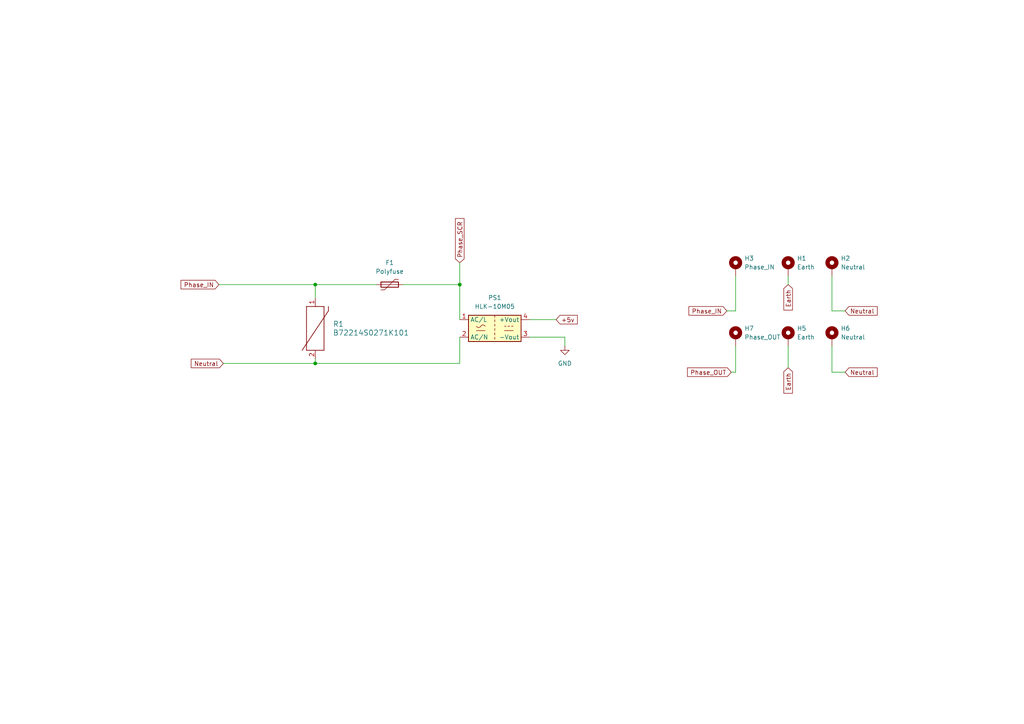
<source format=kicad_sch>
(kicad_sch (version 20230121) (generator eeschema)
  (paper "A4")
  (lib_symbols
    (symbol "2024-01-15_18-52-43:B72214S0271K101" (pin_names (offset 0.254))
      (property "Reference" "R" (at 8.89 6.35 0))
      (property "Value" "B72214S0271K101" (at 8.89 -6.223 0))
      (symbol "B72214S0271K101_1_1"
        (polyline (pts (xy 2.54 -2.54) (xy 2.54 2.54)) (stroke (width 0.2032)))
        (polyline (pts (xy 2.54 -2.54) (xy 15.24 -2.54)) (stroke (width 0.2032)))
        (polyline (pts (xy 2.54 2.54) (xy 15.24 2.54)) (stroke (width 0.2032)))
        (polyline (pts (xy 2.54 3.81) (xy 13.97 -3.81)) (stroke (width 0.2032)))
        (polyline (pts (xy 13.97 -3.81) (xy 15.24 -3.81)) (stroke (width 0.2032)))
        (polyline (pts (xy 15.24 2.54) (xy 15.24 -2.54)) (stroke (width 0.2032)))
        (pin unspecified line (at 17.78 0 180) (length 2.54) (name "") (number "1"))
        (pin unspecified line (at 0 0 0) (length 2.54) (name "") (number "2"))
      )
      (symbol "B72214S0271K101_1_2"
        (polyline (pts (xy -2.54 2.54) (xy -2.54 15.24)) (stroke (width 0.2032)))
        (polyline (pts (xy -2.54 15.24) (xy 2.54 15.24)) (stroke (width 0.2032)))
        (polyline (pts (xy 2.54 2.54) (xy -2.54 2.54)) (stroke (width 0.2032)))
        (polyline (pts (xy 2.54 2.54) (xy 2.54 15.24)) (stroke (width 0.2032)))
        (polyline (pts (xy 3.81 13.97) (xy -3.81 2.54)) (stroke (width 0.2032)))
        (polyline (pts (xy 3.81 13.97) (xy 3.81 15.24)) (stroke (width 0.2032)))
        (pin unspecified line (at 0 17.78 270) (length 2.54) (name "") (number "1"))
        (pin unspecified line (at 0 0 90) (length 2.54) (name "") (number "2"))
      )
    )
    (symbol "Converter_ACDC:HLK-10M05"
      (property "Reference" "PS" (at 0 5.08 0))
      (property "Value" "HLK-10M05" (at 0 -5.08 0))
      (symbol "HLK-10M05_0_1"
        (rectangle (start -7.62 3.81) (end 7.62 -3.81) (stroke (width 0.254)) (fill (type background)))
        (arc (start -5.334 0.635) (mid -4.699 0.2495) (end -4.064 0.635))
        (arc (start -2.794 0.635) (mid -3.429 1.0072) (end -4.064 0.635))
        (polyline (pts (xy -5.334 -0.635) (xy -2.794 -0.635)))
        (polyline (pts (xy 0 -2.54) (xy 0 -3.175)))
        (polyline (pts (xy 0 -1.27) (xy 0 -1.905)))
        (polyline (pts (xy 0 0) (xy 0 -0.635)))
        (polyline (pts (xy 0 1.27) (xy 0 0.635)))
        (polyline (pts (xy 0 2.54) (xy 0 1.905)))
        (polyline (pts (xy 0 3.81) (xy 0 3.175)))
        (polyline (pts (xy 2.794 -0.635) (xy 5.334 -0.635)))
        (polyline (pts (xy 2.794 0.635) (xy 3.302 0.635)))
        (polyline (pts (xy 3.81 0.635) (xy 4.318 0.635)))
        (polyline (pts (xy 4.826 0.635) (xy 5.334 0.635)))
      )
      (symbol "HLK-10M05_1_1"
        (pin power_in line (at -10.16 2.54 0) (length 2.54) (name "AC/L") (number "1"))
        (pin power_in line (at -10.16 -2.54 0) (length 2.54) (name "AC/N") (number "2"))
        (pin power_out line (at 10.16 -2.54 180) (length 2.54) (name "-Vout") (number "3"))
        (pin power_out line (at 10.16 2.54 180) (length 2.54) (name "+Vout") (number "4"))
      )
    )
    (symbol "Device:Polyfuse" (pin_numbers hide) (pin_names (offset 0))
      (property "Reference" "F" (at -2.54 0 90))
      (property "Value" "Polyfuse" (at 2.54 0 90))
      (symbol "Polyfuse_0_1"
        (rectangle (start -0.762 2.54) (end 0.762 -2.54) (stroke (width 0.254)))
        (polyline (pts (xy 0 2.54) (xy 0 -2.54)))
        (polyline (pts (xy -1.524 2.54) (xy -1.524 1.524) (xy 1.524 -1.524) (xy 1.524 -2.54)))
      )
      (symbol "Polyfuse_1_1"
        (pin passive line (at 0 3.81 270) (length 1.27) (name "~") (number "1"))
        (pin passive line (at 0 -3.81 90) (length 1.27) (name "~") (number "2"))
      )
    )
    (symbol "Mechanical:MountingHole_Pad" (pin_numbers hide) (pin_names (offset 1.016) hide)
      (property "Reference" "H" (at 0 6.35 0))
      (property "Value" "MountingHole_Pad" (at 0 4.445 0))
      (symbol "MountingHole_Pad_0_1"
        (circle (center 0 1.27) (radius 1.27) (stroke (width 1.27)))
      )
      (symbol "MountingHole_Pad_1_1"
        (pin input line (at 0 -2.54 90) (length 2.54) (name "1") (number "1"))
      )
    )
    (symbol "Mechanical:MountingHole_Pad_MP" (pin_numbers hide) (pin_names (offset 1.016) hide)
      (property "Reference" "H" (at 0 6.35 0))
      (property "Value" "MountingHole_Pad_MP" (at 0 4.445 0))
      (symbol "MountingHole_Pad_MP_0_1"
        (circle (center 0 1.27) (radius 1.27) (stroke (width 1.27)))
      )
      (symbol "MountingHole_Pad_MP_1_1"
        (pin input line (at 0 -2.54 90) (length 2.54) (name "MP") (number "MP"))
      )
    )
    (symbol "power:GND" (power) (pin_names (offset 0))
      (property "Value" "GND" (at 0 -3.81 0))
      (symbol "GND_0_1"
        (polyline (pts (xy 0 0) (xy 0 -1.27) (xy 1.27 -1.27) (xy 0 -2.54) (xy -1.27 -1.27) (xy 0 -1.27)))
      )
      (symbol "GND_1_1"
        (pin power_in line (at 0 0 270) (length 0) hide (name "GND") (number "1"))
      )
    )
  )
  (junction (at 91.44 105.41))
  (junction (at 91.44 82.55))
  (junction (at 133.35 82.55))
  (wire (pts (xy 63.5 82.55) (xy 91.44 82.55)))
  (wire (pts (xy 64.77 105.41) (xy 91.44 105.41)))
  (wire (pts (xy 213.36 90.17) (xy 210.82 90.17)))
  (wire (pts (xy 213.36 100.33) (xy 213.36 107.95)))
  (wire (pts (xy 91.44 104.14) (xy 91.44 105.41)))
  (wire (pts (xy 241.3 80.01) (xy 241.3 90.17)))
  (wire (pts (xy 116.84 82.55) (xy 133.35 82.55)))
  (wire (pts (xy 228.6 100.33) (xy 228.6 106.68)))
  (wire (pts (xy 91.44 105.41) (xy 133.35 105.41)))
  (wire (pts (xy 133.35 105.41) (xy 133.35 97.79)))
  (wire (pts (xy 153.67 92.71) (xy 161.29 92.71)))
  (wire (pts (xy 213.36 80.01) (xy 213.36 90.17)))
  (wire (pts (xy 241.3 107.95) (xy 245.11 107.95)))
  (wire (pts (xy 213.36 107.95) (xy 212.09 107.95)))
  (wire (pts (xy 241.3 90.17) (xy 245.11 90.17)))
  (wire (pts (xy 163.83 97.79) (xy 163.83 100.33)))
  (wire (pts (xy 91.44 82.55) (xy 109.22 82.55)))
  (wire (pts (xy 228.6 80.01) (xy 228.6 82.55)))
  (wire (pts (xy 241.3 100.33) (xy 241.3 107.95)))
  (wire (pts (xy 133.35 76.2) (xy 133.35 82.55)))
  (wire (pts (xy 133.35 82.55) (xy 133.35 92.71)))
  (wire (pts (xy 91.44 82.55) (xy 91.44 86.36)))
  (wire (pts (xy 153.67 97.79) (xy 163.83 97.79)))
  (global_label "Phase_IN" (shape input) (at 63.5 82.55 180) (property "Intersheetrefs" "${INTERSHEET_REFS}" (effects hide)))
  (global_label "Neutral" (shape input) (at 245.11 90.17 0) (property "Intersheetrefs" "${INTERSHEET_REFS}" (effects hide)))
  (global_label "Neutral" (shape input) (at 64.77 105.41 180) (property "Intersheetrefs" "${INTERSHEET_REFS}" (effects hide)))
  (global_label "Neutral" (shape input) (at 245.11 107.95 0) (property "Intersheetrefs" "${INTERSHEET_REFS}" (effects hide)))
  (global_label "Phase_OUT" (shape input) (at 212.09 107.95 180) (property "Intersheetrefs" "${INTERSHEET_REFS}" (effects hide)))
  (global_label "Phase_IN" (shape input) (at 210.82 90.17 180) (property "Intersheetrefs" "${INTERSHEET_REFS}" (effects hide)))
  (global_label "Earth" (shape input) (at 228.6 106.68 270) (property "Intersheetrefs" "${INTERSHEET_REFS}" (effects hide)))
  (global_label "Earth" (shape input) (at 228.6 82.55 270) (property "Intersheetrefs" "${INTERSHEET_REFS}" (effects hide)))
  (global_label "Phase_SCR" (shape input) (at 133.35 76.2 90) (property "Intersheetrefs" "${INTERSHEET_REFS}" (effects hide)))
  (global_label "+5v" (shape input) (at 161.29 92.71 0) (property "Intersheetrefs" "${INTERSHEET_REFS}" (effects hide)))
  (symbol (lib_id "Mechanical:MountingHole_Pad") (at 228.6 77.47 0) (unit 1)
    (property "Reference" "H1" (at 231.14 74.93 0) (effects (justify left)))
    (property "Value" "Earth" (at 231.14 77.47 0) (effects (justify left)))
    (property "Footprint" "MountingHole:MountingHole_8.4mm_M8_Pad" (effects hide))
  )
  (symbol (lib_id "2024-01-15_18-52-43:B72214S0271K101") (at 91.44 104.14 90) (unit 1)
    (property "Reference" "R1" (at 96.52 93.98 90) (effects (font (size 1.524 1.524)) (justify right)))
    (property "Value" "B72214S0271K101" (at 96.52 96.52 90) (effects (font (size 1.524 1.524)) (justify right)))
    (property "Footprint" "var_custom:VARS_B72214S0271K101_TDK" (effects hide))
    (property "Datasheet" "B72214S0271K101" (effects hide))
  )
  (symbol (lib_id "Mechanical:MountingHole_Pad_MP") (at 213.36 97.79 0) (unit 1)
    (property "Reference" "H7" (at 215.9 95.25 0) (effects (justify left)))
    (property "Value" "Phase_OUT" (at 215.9 97.79 0) (effects (justify left)))
    (property "Footprint" "Mounting_Wuerth:Mounting_Wuerth_WA-SMSE-ExternalM3_H5mm_9771050360" (effects hide))
  )
  (symbol (lib_id "Mechanical:MountingHole_Pad_MP") (at 241.3 97.79 0) (unit 1)
    (property "Reference" "H6" (at 243.84 95.25 0) (effects (justify left)))
    (property "Value" "Neutral" (at 243.84 97.79 0) (effects (justify left)))
    (property "Footprint" "Mounting_Wuerth:Mounting_Wuerth_WA-SMSE-ExternalM3_H5mm_9771050360" (effects hide))
  )
  (symbol (lib_id "Mechanical:MountingHole_Pad") (at 241.3 77.47 0) (unit 1)
    (property "Reference" "H2" (at 243.84 74.93 0) (effects (justify left)))
    (property "Value" "Neutral" (at 243.84 77.47 0) (effects (justify left)))
    (property "Footprint" "MountingHole:MountingHole_8.4mm_M8_Pad" (effects hide))
  )
  (symbol (lib_id "Mechanical:MountingHole_Pad") (at 213.36 77.47 0) (unit 1)
    (property "Reference" "H3" (at 215.9 74.93 0) (effects (justify left)))
    (property "Value" "Phase_IN" (at 215.9 77.47 0) (effects (justify left)))
    (property "Footprint" "MountingHole:MountingHole_8.4mm_M8_Pad" (effects hide))
  )
  (symbol (lib_id "Device:Polyfuse") (at 113.03 82.55 90) (unit 1)
    (property "Reference" "F1" (at 113.03 76.2 90))
    (property "Value" "Polyfuse" (at 113.03 78.74 90))
    (property "Footprint" "Fuse:Fuseholder_Cylinder-5x20mm_Schurter_OGN-SMD_Horizontal_Open" (effects hide))
  )
  (symbol (lib_id "Converter_ACDC:HLK-10M05") (at 143.51 95.25 0) (unit 1)
    (property "Reference" "PS1" (at 143.51 86.36 0))
    (property "Value" "HLK-10M05" (at 143.51 88.9 0))
    (property "Footprint" "Converter_ACDC:Converter_ACDC_HiLink_HLK-10Mxx" (effects hide))
    (property "Datasheet" "http://h.hlktech.com/download/ACDC%E7%94%B5%E6%BA%90%E6%A8%A1%E5%9D%9710W%E7%B3%BB%E5%88%97/1/%E6%B5%B7%E5%87%8C%E7%A7%9110W%E7%B3%BB%E5%88%97%E7%94%B5%E6%BA%90%E6%A8%A1%E5%9D%97%E8%A7%84%E6%A0%BC%E4%B9%A6V1.8.pdf" (effects hide))
  )
  (symbol (lib_id "power:GND") (at 163.83 100.33 0) (unit 1)
    (property "Reference" "#PWR03" (effects hide))
    (property "Value" "GND" (at 163.83 105.41 0))
  )
  (symbol (lib_id "Mechanical:MountingHole_Pad_MP") (at 228.6 97.79 0) (unit 1)
    (property "Reference" "H5" (at 231.14 95.25 0) (effects (justify left)))
    (property "Value" "Earth" (at 231.14 97.79 0) (effects (justify left)))
    (property "Footprint" "Mounting_Wuerth:Mounting_Wuerth_WA-SMSE-ExternalM3_H8mm_9771080360" (effects hide))
  )
)
</source>
